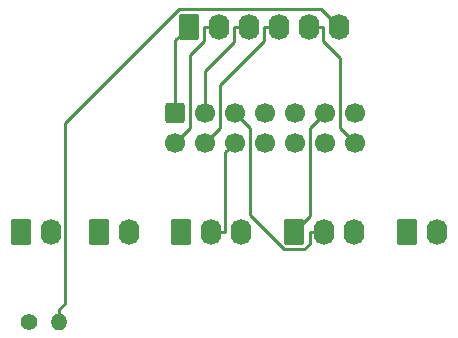
<source format=gbr>
G04 #@! TF.GenerationSoftware,KiCad,Pcbnew,7.0.9*
G04 #@! TF.CreationDate,2024-01-17T05:20:41+10:00*
G04 #@! TF.ProjectId,CONTROLLER_Radar Altimeter-V02,434f4e54-524f-44c4-9c45-525f52616461,1*
G04 #@! TF.SameCoordinates,Original*
G04 #@! TF.FileFunction,Copper,L2,Bot*
G04 #@! TF.FilePolarity,Positive*
%FSLAX46Y46*%
G04 Gerber Fmt 4.6, Leading zero omitted, Abs format (unit mm)*
G04 Created by KiCad (PCBNEW 7.0.9) date 2024-01-17 05:20:41*
%MOMM*%
%LPD*%
G01*
G04 APERTURE LIST*
G04 Aperture macros list*
%AMRoundRect*
0 Rectangle with rounded corners*
0 $1 Rounding radius*
0 $2 $3 $4 $5 $6 $7 $8 $9 X,Y pos of 4 corners*
0 Add a 4 corners polygon primitive as box body*
4,1,4,$2,$3,$4,$5,$6,$7,$8,$9,$2,$3,0*
0 Add four circle primitives for the rounded corners*
1,1,$1+$1,$2,$3*
1,1,$1+$1,$4,$5*
1,1,$1+$1,$6,$7*
1,1,$1+$1,$8,$9*
0 Add four rect primitives between the rounded corners*
20,1,$1+$1,$2,$3,$4,$5,0*
20,1,$1+$1,$4,$5,$6,$7,0*
20,1,$1+$1,$6,$7,$8,$9,0*
20,1,$1+$1,$8,$9,$2,$3,0*%
G04 Aperture macros list end*
G04 #@! TA.AperFunction,ComponentPad*
%ADD10RoundRect,0.250000X-0.620000X-0.845000X0.620000X-0.845000X0.620000X0.845000X-0.620000X0.845000X0*%
G04 #@! TD*
G04 #@! TA.AperFunction,ComponentPad*
%ADD11O,1.740000X2.190000*%
G04 #@! TD*
G04 #@! TA.AperFunction,ComponentPad*
%ADD12C,1.400000*%
G04 #@! TD*
G04 #@! TA.AperFunction,ComponentPad*
%ADD13O,1.400000X1.400000*%
G04 #@! TD*
G04 #@! TA.AperFunction,ComponentPad*
%ADD14RoundRect,0.250000X-0.600000X0.600000X-0.600000X-0.600000X0.600000X-0.600000X0.600000X0.600000X0*%
G04 #@! TD*
G04 #@! TA.AperFunction,ComponentPad*
%ADD15C,1.700000*%
G04 #@! TD*
G04 #@! TA.AperFunction,Conductor*
%ADD16C,0.250000*%
G04 #@! TD*
G04 APERTURE END LIST*
D10*
X64660000Y-75210000D03*
D11*
X67200000Y-75210000D03*
D10*
X31990000Y-75210000D03*
D11*
X34530000Y-75210000D03*
D10*
X45520000Y-75210000D03*
D11*
X48060000Y-75210000D03*
X50600000Y-75210000D03*
D10*
X46160000Y-57830000D03*
D11*
X48700000Y-57830000D03*
X51240000Y-57830000D03*
X53780000Y-57830000D03*
X56320000Y-57830000D03*
X58860000Y-57830000D03*
D12*
X32660000Y-82810000D03*
D13*
X35200000Y-82810000D03*
D10*
X55070000Y-75230000D03*
D11*
X57610000Y-75230000D03*
X60150000Y-75230000D03*
D10*
X38610000Y-75210000D03*
D11*
X41150000Y-75210000D03*
D14*
X44990000Y-65107500D03*
D15*
X44990000Y-67647500D03*
X47530000Y-65107500D03*
X47530000Y-67647500D03*
X50070000Y-65107500D03*
X50070000Y-67647500D03*
X52610000Y-65107500D03*
X52610000Y-67647500D03*
X55150000Y-65107500D03*
X55150000Y-67647500D03*
X57690000Y-65107500D03*
X57690000Y-67647500D03*
X60230000Y-65107500D03*
X60230000Y-67647500D03*
D16*
X57406200Y-56376200D02*
X58860000Y-57830000D01*
X45325800Y-56376200D02*
X57406200Y-56376200D01*
X35728200Y-65973800D02*
X45325800Y-56376200D01*
X35728200Y-81256500D02*
X35728200Y-65973800D01*
X35200000Y-81784700D02*
X35728200Y-81256500D01*
X35200000Y-82810000D02*
X35200000Y-81784700D01*
X56420100Y-73879900D02*
X55070000Y-75230000D01*
X56420100Y-66377400D02*
X56420100Y-73879900D01*
X57690000Y-65107500D02*
X56420100Y-66377400D01*
X49255300Y-68462200D02*
X49255300Y-75210000D01*
X50070000Y-67647500D02*
X49255300Y-68462200D01*
X48060000Y-75210000D02*
X49255300Y-75210000D01*
X57515300Y-59025300D02*
X57515300Y-57830000D01*
X58960000Y-60470000D02*
X57515300Y-59025300D01*
X58960000Y-66377500D02*
X58960000Y-60470000D01*
X60230000Y-67647500D02*
X58960000Y-66377500D01*
X56320000Y-57830000D02*
X57515300Y-57830000D01*
X56414700Y-76201200D02*
X56414700Y-75230000D01*
X55955100Y-76660800D02*
X56414700Y-76201200D01*
X54220800Y-76660800D02*
X55955100Y-76660800D01*
X51340000Y-73780000D02*
X54220800Y-76660800D01*
X51340000Y-66377500D02*
X51340000Y-73780000D01*
X50070000Y-65107500D02*
X51340000Y-66377500D01*
X57610000Y-75230000D02*
X56414700Y-75230000D01*
X52584700Y-59025300D02*
X52584700Y-57830000D01*
X48800000Y-62810000D02*
X52584700Y-59025300D01*
X48800000Y-66377500D02*
X48800000Y-62810000D01*
X47530000Y-67647500D02*
X48800000Y-66377500D01*
X53780000Y-57830000D02*
X52584700Y-57830000D01*
X51240000Y-57830000D02*
X50044700Y-57830000D01*
X50044700Y-59102100D02*
X50044700Y-57830000D01*
X47530000Y-61616800D02*
X50044700Y-59102100D01*
X47530000Y-65107500D02*
X47530000Y-61616800D01*
X47504700Y-59025300D02*
X47504700Y-57830000D01*
X46260500Y-60269500D02*
X47504700Y-59025300D01*
X46260500Y-66377000D02*
X46260500Y-60269500D01*
X44990000Y-67647500D02*
X46260500Y-66377000D01*
X48700000Y-57830000D02*
X47504700Y-57830000D01*
X44990000Y-59000000D02*
X46160000Y-57830000D01*
X44990000Y-65107500D02*
X44990000Y-59000000D01*
M02*

</source>
